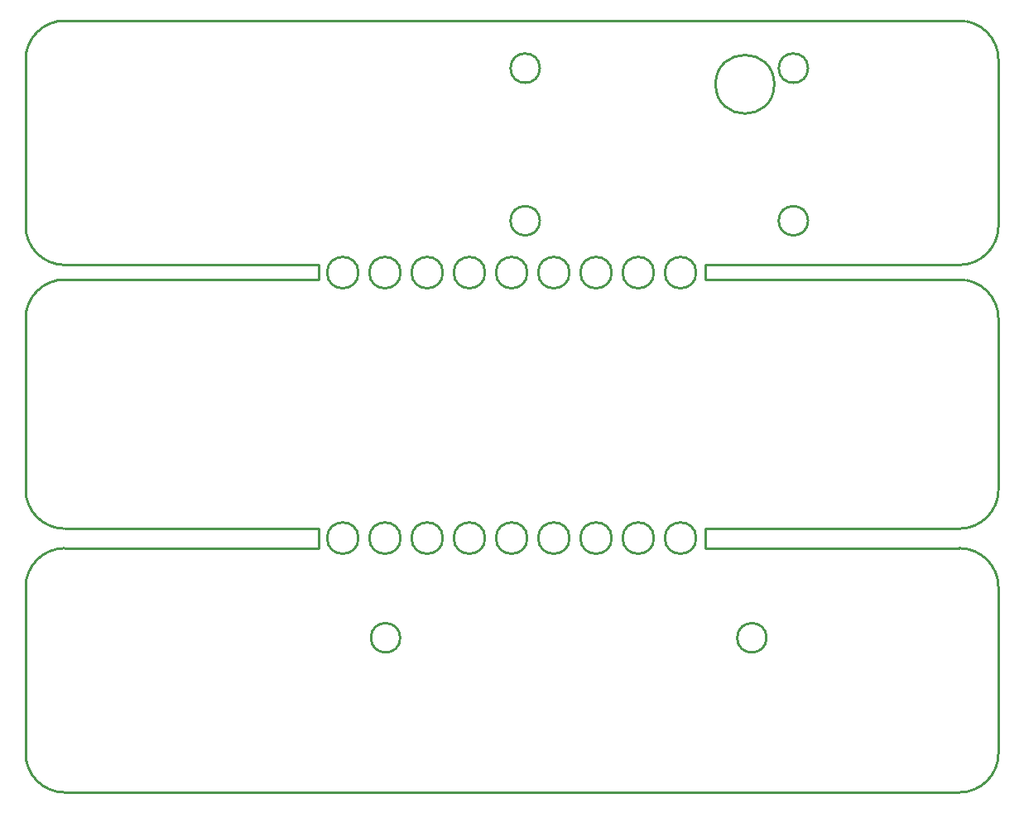
<source format=gko>
G04*
G04 #@! TF.GenerationSoftware,Altium Limited,Altium Designer,21.0.3 (12)*
G04*
G04 Layer_Color=16711935*
%FSLAX25Y25*%
%MOIN*%
G70*
G04*
G04 #@! TF.SameCoordinates,1AB0012E-6492-40AC-AB66-57420BB0589C*
G04*
G04*
G04 #@! TF.FilePolarity,Positive*
G04*
G01*
G75*
%ADD14C,0.01000*%
D14*
X326186Y94910D02*
G03*
X326186Y94910I-5906J0D01*
G01*
X178686D02*
G03*
X178686Y94910I-5906J0D01*
G01*
X329311Y318000D02*
G03*
X329311Y318000I-11811J0D01*
G01*
X234906Y263000D02*
G03*
X234906Y263000I-5906J0D01*
G01*
Y324500D02*
G03*
X234906Y324500I-5906J0D01*
G01*
X342905D02*
G03*
X342905Y324500I-5906J0D01*
G01*
Y263000D02*
G03*
X342905Y263000I-5906J0D01*
G01*
X27852Y48348D02*
G03*
X43600Y32600I15748J0D01*
G01*
Y343624D02*
G03*
X27852Y327876I0J-15748D01*
G01*
X403836Y32600D02*
G03*
X419584Y48348I0J15748D01*
G01*
X419584Y327876D02*
G03*
X403836Y343624I-15748J0D01*
G01*
X403836Y245198D02*
G03*
X419584Y260946I0J15748D01*
G01*
X419584Y223545D02*
G03*
X403836Y239293I-15748J0D01*
G01*
X403836Y138899D02*
G03*
X419584Y154647I0J15748D01*
G01*
X419584Y115277D02*
G03*
X403836Y131025I-15748J0D01*
G01*
X27852Y260946D02*
G03*
X43600Y245198I15748J0D01*
G01*
X27852Y154647D02*
G03*
X43600Y138899I15748J0D01*
G01*
Y131025D02*
G03*
X27852Y115277I0J-15748D01*
G01*
X43600Y239293D02*
G03*
X27852Y223545I0J-15748D01*
G01*
X161852Y242088D02*
G03*
X161852Y242088I-6299J0D01*
G01*
X178852D02*
G03*
X178852Y242088I-6299J0D01*
G01*
X195852D02*
G03*
X195852Y242088I-6299J0D01*
G01*
X212852D02*
G03*
X212852Y242088I-6299J0D01*
G01*
X229852D02*
G03*
X229852Y242088I-6299J0D01*
G01*
X246852D02*
G03*
X246852Y242088I-6299J0D01*
G01*
X263852D02*
G03*
X263852Y242088I-6299J0D01*
G01*
X280852D02*
G03*
X280852Y242088I-6299J0D01*
G01*
X297852D02*
G03*
X297852Y242088I-6299J0D01*
G01*
Y135088D02*
G03*
X297852Y135088I-6299J0D01*
G01*
X280852D02*
G03*
X280852Y135088I-6299J0D01*
G01*
X263852D02*
G03*
X263852Y135088I-6299J0D01*
G01*
X246852D02*
G03*
X246852Y135088I-6299J0D01*
G01*
X229852D02*
G03*
X229852Y135088I-6299J0D01*
G01*
X212852D02*
G03*
X212852Y135088I-6299J0D01*
G01*
X195852D02*
G03*
X195852Y135088I-6299J0D01*
G01*
X178852D02*
G03*
X178852Y135088I-6299J0D01*
G01*
X161852D02*
G03*
X161852Y135088I-6299J0D01*
G01*
X43600Y343624D02*
X403836D01*
X43600Y32600D02*
X403836D01*
X419584Y48348D02*
Y52285D01*
X43600Y245198D02*
X145962D01*
X43600Y239293D02*
X145962D01*
X43600Y138899D02*
X145962D01*
X43600Y131025D02*
X145962D01*
Y239293D02*
Y245198D01*
Y131025D02*
Y138899D01*
X301474Y131025D02*
Y138899D01*
X403836Y138899D01*
X301474Y131025D02*
X403836D01*
X27852Y260946D02*
Y327876D01*
Y154647D02*
Y223545D01*
Y48348D02*
Y115277D01*
X419584Y52285D02*
Y115277D01*
Y52285D02*
X419584Y52285D01*
X419584Y154647D02*
Y223545D01*
X419584Y223545D02*
X419584Y223545D01*
Y260946D02*
Y327876D01*
X419584Y327876D02*
X419584Y327876D01*
X301474Y245198D02*
X403836D01*
X301474Y239293D02*
X403836D01*
X301474D02*
Y245198D01*
M02*

</source>
